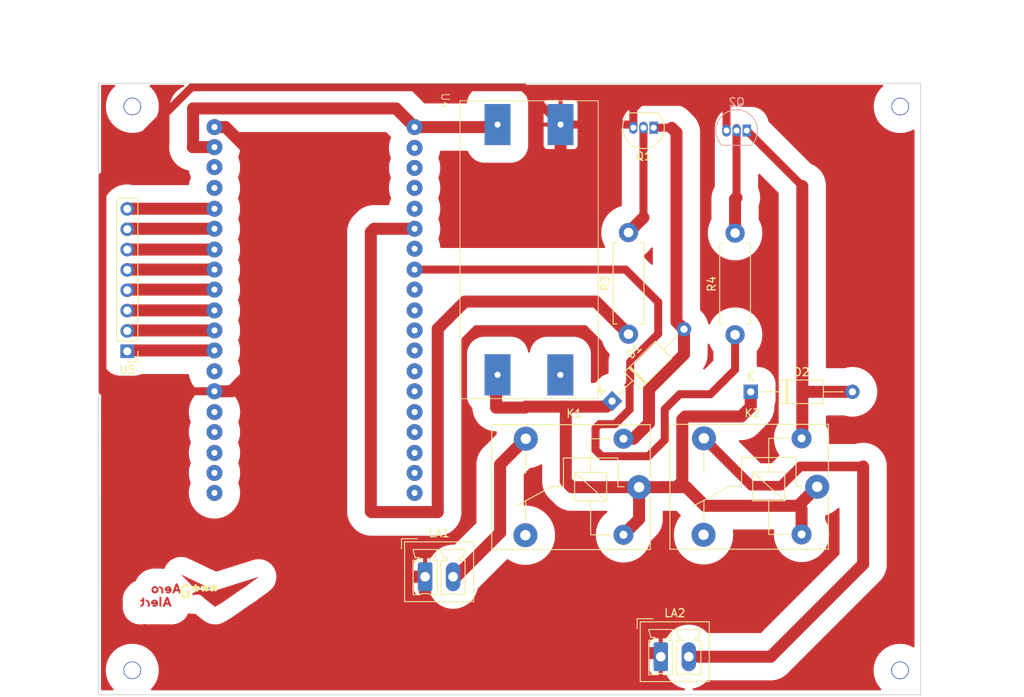
<source format=kicad_pcb>
(kicad_pcb (version 20221018) (generator pcbnew)
  (layers (0 "F.Cu" signal) (31 "B.Cu" signal) (34 "B.Paste" user) (35 "F.Paste" user) (36 "B.SilkS" user "B.Silkscreen") (37 "F.SilkS" user "F.Silkscreen") (38 "B.Mask" user) (39 "F.Mask" user) (44 "Edge.Cuts" user))
  (net 0 "")
  (net 1 "Net-(LA1-+)")
  (net 2 "Net-(LA2-+)")
  (net 3 "Net-(Q1-B)")
  (net 4 "Net-(U1-IO2)")
  (net 5 "3V3")
  (net 6 "IO4")
  (net 8 "GNDREF")
  (net 31 "8")
  (net 32 "7")
  (net 33 "6")
  (net 34 "5")
  (net 35 "4")
  (net 36 "3")
  (net 37 "2")
  (net 39 "1")
  (net 40 "Net-(Q2-B)")
  (net 41 "12V")
  (net 42 "Net-(D1-A)")
  (net 43 "Net-(D2-A)")
  (footprint "MT3608:MT 3608" (layer "F.Cu") (at 156.964 30.0245 -90)
    (fp_text reference "U4")
    (fp_text value "Entrada 12V")
  )
  (footprint "Relay_THT:Relay_SPDT_SANYOU_SRD_Series_Form_C" (layer "F.Cu") (at 203.91 78.24 180)
    (fp_text reference "K2")
    (fp_text value "ADW11")
  )
  (footprint "Package_TO_SOT_THT:TO-92_Inline" (layer "F.Cu") (at 183.48 33.39 180)
    (fp_text reference "Q1")
    (fp_text value "BC337")
  )
  (footprint "Diode_THT:D_A-405_P12.70mm_Horizontal" (layer "F.Cu") (at 178.29 67.54 45)
    (fp_text reference "D1")
    (fp_text value "D")
  )
  (footprint "Connector_Phoenix_MC:PhoenixContact_MCV_1,5_2-G-3.5_1x02_P3.50mm_Vertical" (layer "F.Cu") (at 184.37 99.47)
    (fp_text reference "LA2")
    (fp_text value "Warning")
  )
  (footprint "Relay_THT:Relay_SPDT_SANYOU_SRD_Series_Form_C" (layer "F.Cu") (at 181.66 78.29 180)
    (fp_text reference "K1")
    (fp_text value "ADW11")
  )
  (footprint "Espressif:ESP32 NODEMCU" (layer "F.Cu") (at 128.62 33.31)
    (fp_text reference "U1" hide)
    (fp_text value "ESP32-WROOM-32" hide)
  )
  (footprint "Connector_PinHeader_2.54mm:PinHeader_1x08_P2.54mm_Vertical" (layer "F.Cu") (at 117.72 61.31 180)
    (fp_text reference "U5")
    (fp_text value "~")
  )
  (footprint "Resistor_THT:R_Axial_DIN0411_L9.9mm_D3.6mm_P12.70mm_Horizontal" (layer "F.Cu") (at 180.34 59.18 90)
    (fp_text reference "R3")
    (fp_text value "10K")
  )
  (footprint "Resistor_THT:R_Axial_DIN0411_L9.9mm_D3.6mm_P12.70mm_Horizontal" (layer "F.Cu") (at 193.65 59.25 90)
    (fp_text reference "R4")
    (fp_text value "10K")
  )
  (footprint "Connector_Phoenix_MC:PhoenixContact_MCV_1,5_2-G-3.5_1x02_P3.50mm_Vertical" (layer "F.Cu") (at 154.93 89.48)
    (fp_text reference "LA1")
    (fp_text value "Alert")
  )
  (footprint "Diode_THT:D_A-405_P12.70mm_Horizontal" (layer "F.Cu") (at 195.61 66.38)
    (fp_text reference "D2")
    (fp_text value "D")
  )
  (footprint "MAX30102:logo alt AeroAlert" (layer "F.Cu") (at 126.652899 91.368041)
    (fp_text reference "G***")
    (fp_text value "LOGO" hide)
  )
  (footprint "Package_TO_SOT_THT:TO-92_Inline" (layer "B.Cu") (at 195.12 33.74 180)
    (fp_text reference "Q2")
    (fp_text value "BC337")
  )
  (gr_rect (start 114.12 27.83) (end 216.83 104.22) (stroke (width 0.1)) (fill none) (layer "Edge.Cuts"))
  (via (at 214.26 101.17) (size 2.2) (drill 2) (layers "F.Cu" "B.Cu") (net 0))
  (via (at 214.28 30.74) (size 2.2) (drill 2) (layers "F.Cu" "B.Cu") (net 0))
  (via (at 118.36 30.73) (size 2.2) (drill 2) (layers "F.Cu" "B.Cu") (net 0))
  (via (at 118.35 101.16) (size 2.2) (drill 2) (layers "F.Cu" "B.Cu") (net 0))
  (segment (start 158.805176 89.48) (end 158.43 89.48) (width 1.5) (layer "F.Cu") (net 1))
  (segment (start 164.3 83.985176) (end 158.805176 89.48) (width 1.5) (layer "F.Cu") (net 1))
  (segment (start 164.3 75.45) (end 164.3 83.985176) (width 1.5) (layer "F.Cu") (net 1))
  (segment (start 167.51 72.24) (end 164.3 75.45) (width 1.5) (layer "F.Cu") (net 1))
  (segment (start 187.87 99.47) (end 198.09 99.47) (width 1.5) (layer "F.Cu") (net 2))
  (segment (start 209.65 87.91) (end 209.65 75.7) (width 1.5) (layer "F.Cu") (net 2))
  (segment (start 209.65 75.7) (end 201.8 75.7) (width 1.2) (layer "F.Cu") (net 2))
  (segment (start 198.09 99.47) (end 209.65 87.91) (width 1.5) (layer "F.Cu") (net 2))
  (segment (start 199.39 78.11) (end 195.68 78.11) (width 1.2) (layer "F.Cu") (net 2))
  (segment (start 195.68 78.11) (end 189.76 72.19) (width 1.2) (layer "F.Cu") (net 2))
  (segment (start 201.8 75.7) (end 199.39 78.11) (width 1.2) (layer "F.Cu") (net 2))
  (segment (start 182.21 44.61) (end 180.34 46.48) (width 1.5) (layer "F.Cu") (net 3))
  (segment (start 182.21 33.39) (end 182.21 44.61) (width 1) (layer "F.Cu") (net 3))
  (segment (start 148.15 81.32) (end 148.15 46.42) (width 1.5) (layer "F.Cu") (net 4))
  (segment (start 148.15 46.42) (end 148.56 46.01) (width 1.5) (layer "F.Cu") (net 4))
  (segment (start 159.9 55.11) (end 156.51 58.5) (width 1.5) (layer "F.Cu") (net 4))
  (segment (start 148.56 46.01) (end 153.62 46.01) (width 1.5) (layer "F.Cu") (net 4))
  (segment (start 156.51 81.4) (end 148.23 81.4) (width 1.5) (layer "F.Cu") (net 4))
  (segment (start 156.51 58.5) (end 156.51 81.4) (width 1.5) (layer "F.Cu") (net 4))
  (segment (start 176.27 55.11) (end 159.9 55.11) (width 1.5) (layer "F.Cu") (net 4))
  (segment (start 180.34 59.18) (end 176.27 55.11) (width 1.5) (layer "F.Cu") (net 4))
  (segment (start 148.23 81.4) (end 148.15 81.32) (width 1.5) (layer "F.Cu") (net 4))
  (segment (start 125.95 35.77) (end 125.91 35.81) (width 1.5) (layer "F.Cu") (net 5))
  (segment (start 151.29 30.98) (end 125.95 30.98) (width 1.5) (layer "F.Cu") (net 5))
  (segment (start 153.62 33.31) (end 163.6685 33.31) (width 1.5) (layer "F.Cu") (net 5))
  (segment (start 125.91 35.81) (end 128.62 35.81) (width 1.5) (layer "F.Cu") (net 5))
  (segment (start 125.95 30.98) (end 125.95 35.77) (width 1.5) (layer "F.Cu") (net 5))
  (segment (start 153.62 33.31) (end 151.29 30.98) (width 1.5) (layer "F.Cu") (net 5))
  (segment (start 163.6685 33.31) (end 163.984 32.9945) (width 1.5) (layer "F.Cu") (net 5))
  (segment (start 184.05 55.18) (end 179.98 51.11) (width 1) (layer "F.Cu") (net 6))
  (segment (start 177 74.42) (end 176.22 73.64) (width 1) (layer "F.Cu") (net 6))
  (segment (start 186.74 66.68) (end 184.87 68.55) (width 1) (layer "F.Cu") (net 6))
  (segment (start 184.05 59.14) (end 184.05 55.18) (width 1) (layer "F.Cu") (net 6))
  (segment (start 176.22 70.92) (end 176.72 70.42) (width 1) (layer "F.Cu") (net 6))
  (segment (start 181.38 61.81) (end 184.05 59.14) (width 1) (layer "F.Cu") (net 6))
  (segment (start 193.65 59.25) (end 193.65 63.6) (width 1) (layer "F.Cu") (net 6))
  (segment (start 176.22 73.64) (end 176.22 70.92) (width 1) (layer "F.Cu") (net 6))
  (segment (start 193.65 63.6) (end 190.57 66.68) (width 1) (layer "F.Cu") (net 6))
  (segment (start 190.57 66.68) (end 186.74 66.68) (width 1) (layer "F.Cu") (net 6))
  (segment (start 180.55 65.245) (end 180.55 62.64) (width 1) (layer "F.Cu") (net 6))
  (segment (start 178.645 70.42) (end 180.48 68.585) (width 1) (layer "F.Cu") (net 6))
  (segment (start 176.72 70.42) (end 178.645 70.42) (width 1) (layer "F.Cu") (net 6))
  (segment (start 184.87 72.38) (end 182.83 74.42) (width 1) (layer "F.Cu") (net 6))
  (segment (start 182.83 74.42) (end 177 74.42) (width 1) (layer "F.Cu") (net 6))
  (segment (start 184.87 68.55) (end 184.87 72.38) (width 1) (layer "F.Cu") (net 6))
  (segment (start 180.48 68.585) (end 180.48 65.315) (width 1) (layer "F.Cu") (net 6))
  (segment (start 179.98 51.11) (end 153.62 51.11) (width 1) (layer "F.Cu") (net 6))
  (segment (start 180.55 62.64) (end 181.38 61.81) (width 1) (layer "F.Cu") (net 6))
  (segment (start 179.94 65.54) (end 180.01 65.47) (width 0.25) (layer "F.Cu") (net 6))
  (segment (start 125.78 28.33) (end 114.62 39.49) (width 1) (layer "F.Cu") (net 8))
  (segment (start 130.74 66.31) (end 128.62 66.31) (width 1.5) (layer "F.Cu") (net 8))
  (segment (start 133.43 77) (end 133.43 66.84) (width 1.5) (layer "F.Cu") (net 8))
  (segment (start 114.67 66.31) (end 128.62 66.31) (width 1) (layer "F.Cu") (net 8))
  (segment (start 114.62 39.49) (end 114.62 66.26) (width 1) (layer "F.Cu") (net 8))
  (segment (start 192.58 33.74) (end 192.58 30.25) (width 1) (layer "F.Cu") (net 8))
  (segment (start 131.82 65.23) (end 130.74 66.31) (width 1.5) (layer "F.Cu") (net 8))
  (segment (start 128.62 33.31) (end 130 33.31) (width 1.5) (layer "F.Cu") (net 8))
  (segment (start 180.94 30.69) (end 180.94 33.39) (width 1) (layer "F.Cu") (net 8))
  (segment (start 114.62 66.26) (end 114.67 66.31) (width 1) (layer "F.Cu") (net 8))
  (segment (start 171.854 32.9945) (end 171.854 41.216) (width 1.5) (layer "F.Cu") (net 8))
  (segment (start 132.56 35.87) (end 132.56 64.49) (width 1.5) (layer "F.Cu") (net 8))
  (segment (start 171.854 32.9945) (end 167.1895 28.33) (width 1) (layer "F.Cu") (net 8))
  (segment (start 132.56 64.49) (end 131.82 65.23) (width 1.5) (layer "F.Cu") (net 8))
  (segment (start 154.93 89.48) (end 145.91 89.48) (width 1.5) (layer "F.Cu") (net 8))
  (segment (start 192.24 29.91) (end 181.72 29.91) (width 1.5) (layer "F.Cu") (net 8))
  (segment (start 130 33.31) (end 132.56 35.87) (width 1.5) (layer "F.Cu") (net 8))
  (segment (start 183.92 99.02) (end 159.24 99.02) (width 1.5) (layer "F.Cu") (net 8))
  (segment (start 192.58 30.25) (end 192.24 29.91) (width 1.5) (layer "F.Cu") (net 8))
  (segment (start 145.91 89.48) (end 133.43 77) (width 1.5) (layer "F.Cu") (net 8))
  (segment (start 159.24 99.02) (end 154.93 94.71) (width 1.5) (layer "F.Cu") (net 8))
  (segment (start 171.854 32.9945) (end 180.5445 32.9945) (width 1) (layer "F.Cu") (net 8))
  (segment (start 180.5445 32.9945) (end 180.94 33.39) (width 0.25) (layer "F.Cu") (net 8))
  (segment (start 133.43 66.84) (end 131.82 65.23) (width 1.5) (layer "F.Cu") (net 8))
  (segment (start 184.37 99.47) (end 183.92 99.02) (width 1.5) (layer "F.Cu") (net 8))
  (segment (start 167.1895 28.33) (end 125.78 28.33) (width 1) (layer "F.Cu") (net 8))
  (segment (start 181.72 29.91) (end 180.94 30.69) (width 1.5) (layer "F.Cu") (net 8))
  (segment (start 154.93 94.71) (end 154.93 89.48) (width 1.5) (layer "F.Cu") (net 8))
  (segment (start 117.74 43.51) (end 117.72 43.53) (width 0.25) (layer "F.Cu") (net 31))
  (segment (start 128.62 43.51) (end 117.74 43.51) (width 1.5) (layer "F.Cu") (net 31))
  (segment (start 117.78 46.01) (end 117.72 46.07) (width 0.25) (layer "F.Cu") (net 32))
  (segment (start 128.62 46.01) (end 117.78 46.01) (width 1.5) (layer "F.Cu") (net 32))
  (segment (start 128.62 48.61) (end 117.72 48.61) (width 1.5) (layer "F.Cu") (net 33))
  (segment (start 128.62 51.11) (end 117.76 51.11) (width 1.5) (layer "F.Cu") (net 34))
  (segment (start 117.76 51.11) (end 117.72 51.15) (width 0.25) (layer "F.Cu") (net 34))
  (segment (start 128.62 53.61) (end 117.8 53.61) (width 1.5) (layer "F.Cu") (net 35))
  (segment (start 117.8 53.61) (end 117.72 53.69) (width 0.25) (layer "F.Cu") (net 35))
  (segment (start 128.62 56.21) (end 117.74 56.21) (width 1.5) (layer "F.Cu") (net 36))
  (segment (start 117.74 56.21) (end 117.72 56.23) (width 0.25) (layer "F.Cu") (net 36))
  (segment (start 128.62 58.71) (end 117.78 58.71) (width 1.5) (layer "F.Cu") (net 37))
  (segment (start 117.78 58.71) (end 117.72 58.77) (width 0.25) (layer "F.Cu") (net 37))
  (segment (start 117.82 61.21) (end 117.72 61.31) (width 0.25) (layer "F.Cu") (net 39))
  (segment (start 128.62 61.21) (end 117.82 61.21) (width 1.5) (layer "F.Cu") (net 39))
  (segment (start 193.83 33.42) (end 193.83 42.12) (width 1) (layer "F.Cu") (net 40))
  (segment (start 193.83 42.12) (end 193.65 42.3) (width 1.5) (layer "F.Cu") (net 40))
  (segment (start 193.65 42.3) (end 193.65 46.55) (width 1.5) (layer "F.Cu") (net 40))
  (segment (start 167.41 68.35) (end 172.39 68.35) (width 0.25) (layer "F.Cu") (net 41))
  (segment (start 172.51 68.23) (end 172.51 77.55) (width 1.5) (layer "F.Cu") (net 41))
  (segment (start 167.53 68.23) (end 167.41 68.35) (width 1.5) (layer "F.Cu") (net 41))
  (segment (start 172.51 77.55) (end 173.25 78.29) (width 1.5) (layer "F.Cu") (net 41))
  (segment (start 173.25 78.29) (end 181.66 78.29) (width 1.5) (layer "F.Cu") (net 41))
  (segment (start 201.96 84.19) (end 201.96 81.05) (width 1.5) (layer "F.Cu") (net 41))
  (segment (start 181.66 82.29) (end 179.71 84.24) (width 1.5) (layer "F.Cu") (net 41))
  (segment (start 186.34 78.29) (end 187.06 77.57) (width 1.5) (layer "F.Cu") (net 41))
  (segment (start 195.61 68.26) (end 195.61 66.38) (width 1.5) (layer "F.Cu") (net 41))
  (segment (start 194.41 69.46) (end 195.61 68.26) (width 1.5) (layer "F.Cu") (net 41))
  (segment (start 163.8 68.35) (end 167.41 68.35) (width 1.5) (layer "F.Cu") (net 41))
  (segment (start 163.8 68.35) (end 163.8 64.4385) (width 1.5) (layer "F.Cu") (net 41))
  (segment (start 181.66 78.29) (end 184.51 78.29) (width 1.5) (layer "F.Cu") (net 41))
  (segment (start 178.29 67.54) (end 177.6 68.23) (width 0.25) (layer "F.Cu") (net 41))
  (segment (start 187.56 78.29) (end 189.89 80.62) (width 1.5) (layer "F.Cu") (net 41))
  (segment (start 177.6 68.23) (end 167.53 68.23) (width 1.5) (layer "F.Cu") (net 41))
  (segment (start 187.06 69.85) (end 187.45 69.46) (width 1.5) (layer "F.Cu") (net 41))
  (segment (start 187.45 69.46) (end 194.41 69.46) (width 1.5) (layer "F.Cu") (net 41))
  (segment (start 163.8 64.4385) (end 163.984 64.2545) (width 1.5) (layer "F.Cu") (net 41))
  (segment (start 189.89 80.62) (end 201.53 80.62) (width 1.5) (layer "F.Cu") (net 41))
  (segment (start 187.06 77.57) (end 187.06 69.85) (width 1.5) (layer "F.Cu") (net 41))
  (segment (start 201.96 81.05) (end 201.53 80.62) (width 1.5) (layer "F.Cu") (net 41))
  (segment (start 201.53 80.62) (end 203.91 78.24) (width 1.5) (layer "F.Cu") (net 41))
  (segment (start 172.39 68.35) (end 172.51 68.23) (width 0.25) (layer "F.Cu") (net 41))
  (segment (start 181.66 78.29) (end 181.66 82.29) (width 1.5) (layer "F.Cu") (net 41))
  (segment (start 179.58 84.37) (end 179.71 84.24) (width 1) (layer "F.Cu") (net 41))
  (segment (start 184.51 78.29) (end 187.56 78.29) (width 1.5) (layer "F.Cu") (net 41))
  (segment (start 186.33 57.619488) (end 187.270256 58.559744) (width 1.5) (layer "F.Cu") (net 42))
  (segment (start 183.48 33.39) (end 185.72 33.39) (width 1) (layer "F.Cu") (net 42))
  (segment (start 179.71 72.24) (end 180.95 72.24) (width 1.5) (layer "F.Cu") (net 42))
  (segment (start 180.95 72.24) (end 182.9 70.29) (width 1.5) (layer "F.Cu") (net 42))
  (segment (start 187.270256 61.699744) (end 187.270256 58.559744) (width 1.5) (layer "F.Cu") (net 42))
  (segment (start 182.9 70.29) (end 182.9 66.07) (width 1.5) (layer "F.Cu") (net 42))
  (segment (start 186.33 34) (end 186.33 57.619488) (width 1.5) (layer "F.Cu") (net 42))
  (segment (start 185.74 33.41) (end 186.33 34) (width 1.5) (layer "F.Cu") (net 42))
  (segment (start 185.72 33.39) (end 185.74 33.41) (width 0.25) (layer "F.Cu") (net 42))
  (segment (start 182.9 66.07) (end 187.270256 61.699744) (width 1.5) (layer "F.Cu") (net 42))
  (segment (start 195.12 33.74) (end 202.05 40.67) (width 1) (layer "F.Cu") (net 43))
  (segment (start 202.05 40.67) (end 202.05 66.26) (width 1.5) (layer "F.Cu") (net 43))
  (segment (start 208.31 66.38) (end 202.17 66.38) (width 1.5) (layer "F.Cu") (net 43))
  (segment (start 202.05 66.26) (end 202.05 72.1) (width 1.5) (layer "F.Cu") (net 43))
  (segment (start 202.17 66.38) (end 202.05 66.26) (width 0.25) (layer "F.Cu") (net 43))
  (segment (start 202.05 72.1) (end 201.96 72.19) (width 0.25) (layer "F.Cu") (net 43))
  (zone (net 8) (net_name "GNDREF") (layer "F.Cu") (connect_pads (clearance 2.2)) (min_thickness 0.25) (fill yes (thermal_gap 0.5) (thermal_bridge_width 0.5) (island_removal_mode 1) (island_area_min 10))
    (polygon (pts (xy 114.46 28.03) (xy 216.07 28.02) (xy 216.07 103.67) (xy 114.45 103.67)))
  )
)
</source>
